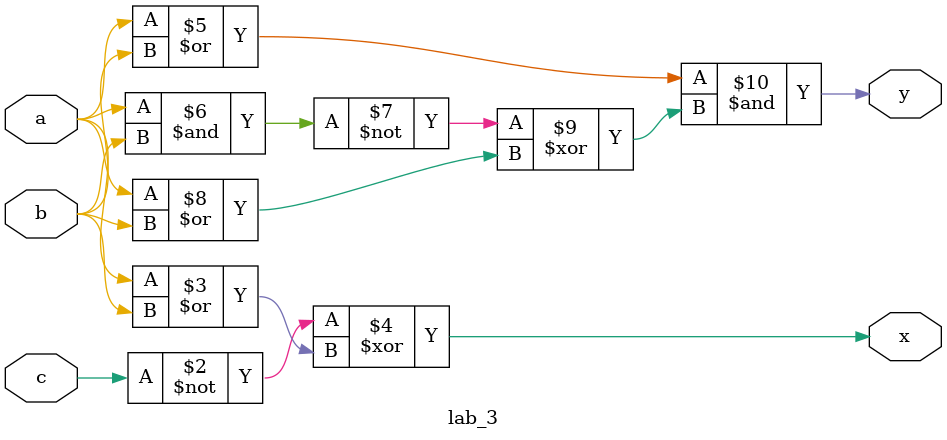
<source format=sv>



module lab_3(
    input logic a,
    input logic b,
    input logic c,
    output logic x,
    output logic y
    );
    logic not_out;
    assign not_out = ~c;
    assign x = (~ c) ^ (a | b);
    assign y = (a|b) & (~(a & b)^(a|b));
endmodule
</source>
